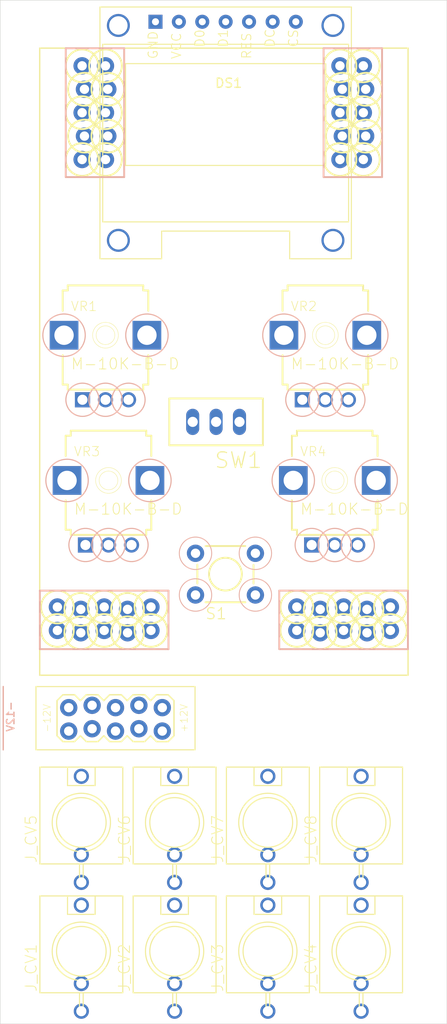
<source format=kicad_pcb>
(kicad_pcb (version 20240108) (generator "pcbnew") (generator_version "8.0")
  (title_block (title "2CQ") (date "2025-01-24") (rev "v01") (comment 1 "https://opensource.org/license/mit") (comment 2 "MIT License") (comment 3 "Author: Michael Jones"))
  (layers (0 "F.Cu" signal "Front") (1 "In1.Cu" signal) (2 "In2.Cu" signal) (31 "B.Cu" signal "Back") (34 "B.Paste" user) (35 "F.Paste" user) (36 "B.SilkS" user "B.Silkscreen") (37 "F.SilkS" user "F.Silkscreen") (38 "B.Mask" user) (39 "F.Mask" user) (44 "Edge.Cuts" user))
  (net 0 "")
  (net 1 "/SIG_UART_RX")
  (net 2 "GND")
  (net 3 "/SIG_UART_TX")
  (net 4 "/SIG_SPI_SCK")
  (net 5 "+3V3")
  (net 6 "/SIG_SPI_MOSI")
  (net 8 "+12V")
  (net 9 "-12V")
  (net 11 "/SIG_CV1")
  (net 12 "/SIG_CV2")
  (net 15 "/SIG_CVOUT_1")
  (net 17 "/SIG_CVOUT_2")
  (net 18 "/SIG_GATE_IN_1")
  (net 20 "/SIG_SPI_NSS")
  (net 22 "/SIG_GATE_IN_2")
  (net 23 "/SD_D3")
  (net 25 "/SIG_GATE_OUT_1")
  (net 26 "/SIG_GATE_OUT_2")
  (net 28 "/SIG_SW_1")
  (net 29 "/SIG_SW_2")
  (net 32 "/SIG_KNOB3")
  (net 34 "+5V")
  (net 36 "/SD_D1")
  (net 37 "/SD_CMD")
  (net 38 "/SIG_SPI_MISO")
  (net 40 "/SIG_CV4")
  (net 41 "/SIG_CV3")
  (net 42 "/SIG_KNOB1")
  (net 43 "/SIG_KNOB2")
  (net 44 "/SIG_KNOB4")
  (net 46 "/SD_D2")
  (net 47 "/SD_CK")
  (net 49 "/SD_D0")
  (footprint "ES_Daisy_Patch_SM_FB_Rev1:TOGGLE_ON-ON" (layer "F.Cu") (at 97.028 90.17 180)
    (property "Reference" "SW1" (at -5.08 -3.175 360) (layer "F.SilkS") (effects (font (size 1.6891 1.6891) (thickness 0.135128)) (justify right top)))
    (property "Value" "TOGGLE_ON-ON")
    (fp_line (start 5.08 2.54) (end -5.08 2.54) (stroke (width 0.2032)) (layer "F.SilkS"))
    (fp_line (start 5.08 -2.54) (end 5.08 2.54) (stroke (width 0.2032)) (layer "F.SilkS"))
    (fp_line (start -5.08 2.54) (end -5.08 -2.54) (stroke (width 0.2032)) (layer "F.SilkS"))
    (fp_line (start -5.08 -2.54) (end 5.08 -2.54) (stroke (width 0.2032)) (layer "F.SilkS"))
    (pad "1" thru_hole oval (at -2.54 0 270) (size 2.8448 1.4224) (drill 1.1) (layers "*.Cu" "*.Mask") (net 2 "GND"))
    (pad "2" thru_hole oval (at 0 0 270) (size 2.8448 1.4224) (drill 1.1) (layers "*.Cu" "*.Mask") (net 29 "/SIG_SW_2"))
    (pad "3" thru_hole oval (at 2.54 0 270) (size 2.8448 1.4224) (drill 1.1) (layers "*.Cu" "*.Mask"))
  )
  (footprint "ES_Daisy_Patch_SM_FB_Rev1:9MM_SNAP-IN_POT_SILK" (layer "F.Cu") (at 85.344 96.52)
    (property "Reference" "VR3" (at -3.81 -2.54 0) (layer "F.SilkS") (effects (font (size 1.01346 1.01346) (thickness 0.081076)) (justify left bottom)))
    (property "Value" "M-10K-B-D" (at -3.81 3.81 0) (layer "F.SilkS") (effects (font (size 1.2065 1.2065) (thickness 0.09652)) (justify left bottom)))
    (fp_circle (center -4.5 0) (end -2.2 0) (stroke (width 0.127)) (fill none) (layer "B.SilkS"))
    (fp_circle (center -2.5 7) (end -0.7 7) (stroke (width 0.127)) (fill none) (layer "B.SilkS"))
    (fp_circle (center 0 7) (end 1.8 7) (stroke (width 0.127)) (fill none) (layer "B.SilkS"))
    (fp_circle (center 2.5 7) (end 4.3 7) (stroke (width 0.127)) (fill none) (layer "B.SilkS"))
    (fp_circle (center 4.5 0) (end 6.8 0) (stroke (width 0.127)) (fill none) (layer "B.SilkS"))
    (fp_line (start -4.65 -2.65) (end -4.65 -4.85) (stroke (width 0.2032)) (layer "F.SilkS"))
    (fp_line (start -4.65 5.35) (end -4.65 2.15) (stroke (width 0.2032)) (layer "F.SilkS"))
    (fp_line (start -4.65 5.35) (end -4.1 5.35) (stroke (width 0.2032)) (layer "F.SilkS"))
    (fp_line (start -4.1 -5.4) (end -4.1 -4.85) (stroke (width 0.2032)) (layer "F.SilkS"))
    (fp_line (start -4.1 -5.4) (end 4.1 -5.4) (stroke (width 0.2032)) (layer "F.SilkS"))
    (fp_line (start -4.1 -4.85) (end -4.65 -4.85) (stroke (width 0.2032)) (layer "F.SilkS"))
    (fp_line (start -4.1 5.35) (end -4.1 5.9) (stroke (width 0.2032)) (layer "F.SilkS"))
    (fp_line (start 4.1 -4.85) (end 4.1 -5.4) (stroke (width 0.2032)) (layer "F.SilkS"))
    (fp_line (start 4.1 5.35) (end 4.65 5.35) (stroke (width 0.2032)) (layer "F.SilkS"))
    (fp_line (start 4.1 5.9) (end -4.1 5.9) (stroke (width 0.2032)) (layer "F.SilkS"))
    (fp_line (start 4.1 5.9) (end 4.1 5.35) (stroke (width 0.2032)) (layer "F.SilkS"))
    (fp_line (start 4.65 -4.85) (end 4.1 -4.85) (stroke (width 0.2032)) (layer "F.SilkS"))
    (fp_line (start 4.65 -4.85) (end 4.65 -2.65) (stroke (width 0.2032)) (layer "F.SilkS"))
    (fp_line (start 4.65 2.15) (end 4.65 5.35) (stroke (width 0.2032)) (layer "F.SilkS"))
    (fp_circle (center 0 0) (end 1.016 0) (stroke (width 0.0508)) (fill none) (layer "F.SilkS"))
    (fp_circle (center 0 0) (end 1.397 0) (stroke (width 0.0508)) (fill none) (layer "F.SilkS"))
    (pad "1" thru_hole rect (at -2.5 7 270) (size 1.65 1.65) (drill 1.1) (layers "*.Cu" "*.Mask") (net 2 "GND"))
    (pad "2" thru_hole circle (at 0 7 270) (size 1.65 1.65) (drill 1.1) (layers "*.Cu" "*.Mask") (net 32 "/SIG_KNOB3"))
    (pad "3" thru_hole circle (at 2.5 7 270) (size 1.65 1.65) (drill 1.1) (layers "*.Cu" "*.Mask") (net 34 "+5V"))
    (pad "CHASSIS1" thru_hole rect (at -4.5 0 270) (size 3.116 3.116) (drill 2.1) (layers "*.Cu" "*.Mask"))
    (pad "CHASSIS2" thru_hole rect (at 4.5 0 270) (size 3.116 3.116) (drill 2.1) (layers "*.Cu" "*.Mask"))
  )
  (footprint "ES_Daisy_Patch_SM_FB_Rev1:TL1105SPF250Q_SILK" (layer "F.Cu") (at 98.044 106.68)
    (property "Reference" "S1" (at -2.24 4.99 180) (layer "F.SilkS") (effects (font (size 1.2065 1.2065) (thickness 0.12065)) (justify left bottom)))
    (property "Value" "TAC_SWITCH_PTH" (hide yes))
    (fp_circle (center -3.2512 -2.2606) (end -1.4932 -2.2606) (stroke (width 0.1016)) (fill none) (layer "B.SilkS"))
    (fp_circle (center -3.2512 2.2606) (end -1.4932 2.2606) (stroke (width 0.1016)) (fill none) (layer "B.SilkS"))
    (fp_circle (center 3.2512 -2.2606) (end 5.0092 -2.2606) (stroke (width 0.1016)) (fill none) (layer "B.SilkS"))
    (fp_circle (center 3.2512 2.2606) (end 5.0092 2.2606) (stroke (width 0.1016)) (fill none) (layer "B.SilkS"))
    (fp_line (start -3.048 -1.028) (end -3.048 1.016) (stroke (width 0.2032)) (layer "F.SilkS"))
    (fp_line (start -2.159 3.048) (end 2.159 3.048) (stroke (width 0.2032)) (layer "F.SilkS"))
    (fp_line (start 2.159 -3.048) (end -2.159 -3.048) (stroke (width 0.2032)) (layer "F.SilkS"))
    (fp_line (start 3.048 -0.998) (end 3.048 1.016) (stroke (width 0.2032)) (layer "F.SilkS"))
    (fp_circle (center 0 0) (end 1.778 0) (stroke (width 0.2032)) (fill none) (layer "F.SilkS"))
    (pad "1" thru_hole circle (at -3.2512 -2.2606) (size 1.8796 1.8796) (drill 1.016) (layers "*.Cu" "*.Mask") (net 28 "/SIG_SW_1"))
    (pad "2" thru_hole circle (at 3.2512 -2.2606) (size 1.8796 1.8796) (drill 1.016) (layers "*.Cu" "*.Mask") (net 28 "/SIG_SW_1"))
    (pad "3" thru_hole circle (at -3.2512 2.2606) (size 1.8796 1.8796) (drill 1.016) (layers "*.Cu" "*.Mask") (net 2 "GND"))
    (pad "4" thru_hole circle (at 3.2512 2.2606) (size 1.8796 1.8796) (drill 1.016) (layers "*.Cu" "*.Mask") (net 2 "GND"))
  )
  (footprint "ES_Daisy_Patch_SM_FB_Rev1:ES_DAISY_PATCH_SM_REV1" (layer "F.Cu") (at 97.875 83.642 -90)
    (property "Reference" "U1" (hide yes))
    (property "Value" "ES_DAISY_PATCH_SM_REV1" (hide yes))
    (fp_line (start 24.825 19.985) (end 24.825 6.015) (stroke (width 0.2032)) (layer "B.SilkS"))
    (fp_line (start 31.175 19.985) (end 24.825 19.985) (stroke (width 0.2032)) (layer "B.SilkS"))
    (fp_line (start -33.985 17.175) (end -33.985 10.825) (stroke (width 0.2032)) (layer "B.SilkS"))
    (fp_line (start -20.015 17.175) (end -33.985 17.175) (stroke (width 0.2032)) (layer "B.SilkS"))
    (fp_line (start -33.985 10.825) (end -20.015 10.825) (stroke (width 0.2032)) (layer "B.SilkS"))
    (fp_line (start -20.015 10.825) (end -20.015 17.175) (stroke (width 0.2032)) (layer "B.SilkS"))
    (fp_line (start 24.825 6.015) (end 31.175 6.015) (stroke (width 0.2032)) (layer "B.SilkS"))
    (fp_line (start 31.175 6.015) (end 31.175 19.985) (stroke (width 0.2032)) (layer "B.SilkS"))
    (fp_line (start 24.825 -6.015) (end 24.825 -19.985) (stroke (width 0.2032)) (layer "B.SilkS"))
    (fp_line (start 31.175 -6.015) (end 24.825 -6.015) (stroke (width 0.2032)) (layer "B.SilkS"))
    (fp_line (start -33.985 -10.825) (end -33.985 -17.175) (stroke (width 0.2032)) (layer "B.SilkS"))
    (fp_line (start -20.015 -10.825) (end -33.985 -10.825) (stroke (width 0.2032)) (layer "B.SilkS"))
    (fp_line (start -33.985 -17.175) (end -20.015 -17.175) (stroke (width 0.2032)) (layer "B.SilkS"))
    (fp_line (start -20.015 -17.175) (end -20.015 -10.825) (stroke (width 0.2032)) (layer "B.SilkS"))
    (fp_line (start 24.825 -19.985) (end 31.175 -19.985) (stroke (width 0.2032)) (layer "B.SilkS"))
    (fp_line (start 31.175 -19.985) (end 31.175 -6.015) (stroke (width 0.2032)) (layer "B.SilkS"))
    (fp_line (start -34 20) (end 34 20) (stroke (width 0.1524)) (layer "F.SilkS"))
    (fp_line (start -34 20) (end -34 -20) (stroke (width 0.1524)) (layer "F.SilkS"))
    (fp_line (start 34 20) (end 34 -20) (stroke (width 0.1524)) (layer "F.SilkS"))
    (fp_line (start -34 -20) (end 34 -20) (stroke (width 0.1524)) (layer "F.SilkS"))
    (fp_circle (center 26.603 18.08) (end 28.381 18.08) (stroke (width 0.2032)) (fill none) (layer "F.SilkS"))
    (fp_circle (center 29.143 18.08) (end 30.921 18.08) (stroke (width 0.2032)) (fill none) (layer "F.SilkS"))
    (fp_circle (center 26.857 15.54) (end 28.635 15.54) (stroke (width 0.2032)) (fill none) (layer "F.SilkS"))
    (fp_circle (center 29.397 15.54) (end 31.175 15.54) (stroke (width 0.2032)) (fill none) (layer "F.SilkS"))
    (fp_circle (center -32.08 15.397) (end -30.302 15.397) (stroke (width 0.2032)) (fill none) (layer "F.SilkS"))
    (fp_circle (center -27 15.397) (end -25.222 15.397) (stroke (width 0.2032)) (fill none) (layer "F.SilkS"))
    (fp_circle (center -21.92 15.397) (end -20.142 15.397) (stroke (width 0.2032)) (fill none) (layer "F.SilkS"))
    (fp_circle (center -29.54 15.143) (end -27.762 15.143) (stroke (width 0.2032)) (fill none) (layer "F.SilkS"))
    (fp_circle (center -24.46 15.143) (end -22.682 15.143) (stroke (width 0.2032)) (fill none) (layer "F.SilkS"))
    (fp_circle (center 26.603 13) (end 28.381 13) (stroke (width 0.2032)) (fill none) (layer "F.SilkS"))
    (fp_circle (center 29.143 13) (end 30.921 13) (stroke (width 0.2032)) (fill none) (layer "F.SilkS"))
    (fp_circle (center -32.08 12.857) (end -30.302 12.857) (stroke (width 0.2032)) (fill none) (layer "F.SilkS"))
    (fp_circle (center -27 12.857) (end -25.222 12.857) (stroke (width 0.2032)) (fill none) (layer "F.SilkS"))
    (fp_circle (center -21.92 12.857) (end -20.142 12.857) (stroke (width 0.2032)) (fill none) (layer "F.SilkS"))
    (fp_circle (center -29.54 12.603) (end -27.762 12.603) (stroke (width 0.2032)) (fill none) (layer "F.SilkS"))
    (fp_circle (center -24.46 12.603) (end -22.682 12.603) (stroke (width 0.2032)) (fill none) (layer "F.SilkS"))
    (fp_circle (center 26.857 10.46) (end 28.635 10.46) (stroke (width 0.2032)) (fill none) (layer "F.SilkS"))
    (fp_circle (center 29.397 10.46) (end 31.175 10.46) (stroke (width 0.2032)) (fill none) (layer "F.SilkS"))
    (fp_circle (center 26.603 7.92) (end 28.381 7.92) (stroke (width 0.2032)) (fill none) (layer "F.SilkS"))
    (fp_circle (center 29.143 7.92) (end 30.921 7.92) (stroke (width 0.2032)) (fill none) (layer "F.SilkS"))
    (fp_circle (center 26.603 -7.92) (end 28.381 -7.92) (stroke (width 0.2032)) (fill none) (layer "F.SilkS"))
    (fp_circle (center 29.143 -7.92) (end 30.921 -7.92) (stroke (width 0.2032)) (fill none) (layer "F.SilkS"))
    (fp_circle (center 26.857 -10.46) (end 28.635 -10.46) (stroke (width 0.2032)) (fill none) (layer "F.SilkS"))
    (fp_circle (center 29.397 -10.46) (end 31.175 -10.46) (stroke (width 0.2032)) (fill none) (layer "F.SilkS"))
    (fp_circle (center -32.08 -12.603) (end -30.302 -12.603) (stroke (width 0.2032)) (fill none) (layer "F.SilkS"))
    (fp_circle (center -27 -12.603) (end -25.222 -12.603) (stroke (width 0.2032)) (fill none) (layer "F.SilkS"))
    (fp_circle (center -21.92 -12.603) (end -20.142 -12.603) (stroke (width 0.2032)) (fill none) (layer "F.SilkS"))
    (fp_circle (center -29.54 -12.857) (end -27.762 -12.857) (stroke (width 0.2032)) (fill none) (layer "F.SilkS"))
    (fp_circle (center -24.46 -12.857) (end -22.682 -12.857) (stroke (width 0.2032)) (fill none) (layer "F.SilkS"))
    (fp_circle (center 26.603 -13) (end 28.381 -13) (stroke (width 0.2032)) (fill none) (layer "F.SilkS"))
    (fp_circle (center 29.143 -13) (end 30.921 -13) (stroke (width 0.2032)) (fill none) (layer "F.SilkS"))
    (fp_circle (center -32.08 -15.143) (end -30.302 -15.143) (stroke (width 0.2032)) (fill none) (layer "F.SilkS"))
    (fp_circle (center -27 -15.143) (end -25.222 -15.143) (stroke (width 0.2032)) (fill none) (layer "F.SilkS"))
    (fp_circle (center -21.92 -15.143) (end -20.142 -15.143) (stroke (width 0.2032)) (fill none) (layer "F.SilkS"))
    (fp_circle (center -29.54 -15.397) (end -27.762 -15.397) (stroke (width 0.2032)) (fill none) (layer "F.SilkS"))
    (fp_circle (center -24.46 -15.397) (end -22.682 -15.397) (stroke (width 0.2032)) (fill none) (layer "F.SilkS"))
    (fp_circle (center 26.857 -15.54) (end 28.635 -15.54) (stroke (width 0.2032)) (fill none) (layer "F.SilkS"))
    (fp_circle (center 29.397 -15.54) (end 31.175 -15.54) (stroke (width 0.2032)) (fill none) (layer "F.SilkS"))
    (fp_circle (center 26.603 -18.08) (end 28.381 -18.08) (stroke (width 0.2032)) (fill none) (layer "F.SilkS"))
    (fp_circle (center 29.143 -18.08) (end 30.921 -18.08) (stroke (width 0.2032)) (fill none) (layer "F.SilkS"))
    (pad "A1" thru_hole circle (at -32.08 15.397 180) (size 1.8796 1.8796) (drill 1.016) (layers "*.Cu" "*.Mask") (net 9 "-12V"))
    (pad "A2" thru_hole circle (at -29.54 15.143 180) (size 1.8796 1.8796) (drill 1.016) (layers "*.Cu" "*.Mask") (net 1 "/SIG_UART_RX"))
    (pad "A3" thru_hole circle (at -27 15.397 180) (size 1.8796 1.8796) (drill 1.016) (layers "*.Cu" "*.Mask") (net 3 "/SIG_UART_TX"))
    (pad "A4" thru_hole circle (at -24.46 15.143 180) (size 1.8796 1.8796) (drill 1.016) (layers "*.Cu" "*.Mask") (net 2 "GND"))
    (pad "A5" thru_hole circle (at -21.92 15.397 180) (size 1.8796 1.8796) (drill 1.016) (layers "*.Cu" "*.Mask") (net 8 "+12V"))
    (pad "A6" thru_hole circle (at -21.92 12.857 180) (size 1.8796 1.8796) (drill 1.016) (layers "*.Cu" "*.Mask") (net 34 "+5V"))
    (pad "A7" thru_hole circle (at -24.46 12.603 180) (size 1.8796 1.8796) (drill 1.016) (layers "*.Cu" "*.Mask") (net 2 "GND"))
    (pad "A8" thru_hole circle (at -27 12.857 180) (size 1.8796 1.8796) (drill 1.016) (layers "*.Cu" "*.Mask"))
    (pad "A9" thru_hole circle (at -29.54 12.603 180) (size 1.8796 1.8796) (drill 1.016) (layers "*.Cu" "*.Mask"))
    (pad "A10" thru_hole circle (at -32.08 12.857 180) (size 1.8796 1.8796) (drill 1.016) (layers "*.Cu" "*.Mask") (net 5 "+3V3"))
    (pad "B1" thru_hole circle (at 29.143 18.08 90) (size 1.8796 1.8796) (drill 1.016) (layers "*.Cu" "*.Mask"))
    (pad "B2" thru_hole circle (at 29.397 15.54 90) (size 1.8796 1.8796) (drill 1.016) (layers "*.Cu" "*.Mask"))
    (pad "B3" thru_hole circle (at 29.143 13 90) (size 1.8796 1.8796) (drill 1.016) (layers "*.Cu" "*.Mask"))
    (pad "B4" thru_hole circle (at 29.397 10.46 90) (size 1.8796 1.8796) (drill 1.016) (layers "*.Cu" "*.Mask"))
    (pad "B5" thru_hole circle (at 29.143 7.92 90) (size 1.8796 1.8796) (drill 1.016) (layers "*.Cu" "*.Mask") (net 25 "/SIG_GATE_OUT_1"))
    (pad "B6" thru_hole circle (at 26.603 7.92 90) (size 1.8796 1.8796) (drill 1.016) (layers "*.Cu" "*.Mask") (net 26 "/SIG_GATE_OUT_2"))
    (pad "B7" thru_hole circle (at 26.857 10.46 90) (size 1.8796 1.8796) (drill 1.016) (layers "*.Cu" "*.Mask") (net 28 "/SIG_SW_1"))
    (pad "B8" thru_hole circle (at 26.603 13 90) (size 1.8796 1.8796) (drill 1.016) (layers "*.Cu" "*.Mask") (net 29 "/SIG_SW_2"))
    (pad "B9" thru_hole circle (at 26.857 15.54 90) (size 1.8796 1.8796) (drill 1.016) (layers "*.Cu" "*.Mask") (net 22 "/SIG_GATE_IN_2"))
    (pad "B10" thru_hole circle (at 26.603 18.08 90) (size 1.8796 1.8796) (drill 1.016) (layers "*.Cu" "*.Mask") (net 18 "/SIG_GATE_IN_1"))
    (pad "C1" thru_hole circle (at 29.143 -7.92 90) (size 1.8796 1.8796) (drill 1.016) (layers "*.Cu" "*.Mask") (net 17 "/SIG_CVOUT_2"))
    (pad "C2" thru_hole circle (at 29.397 -10.46 90) (size 1.8796 1.8796) (drill 1.016) (layers "*.Cu" "*.Mask") (net 44 "/SIG_KNOB4"))
    (pad "C3" thru_hole circle (at 29.143 -13 90) (size 1.8796 1.8796) (drill 1.016) (layers "*.Cu" "*.Mask") (net 32 "/SIG_KNOB3"))
    (pad "C4" thru_hole circle (at 29.397 -15.54 90) (size 1.8796 1.8796) (drill 1.016) (layers "*.Cu" "*.Mask") (net 43 "/SIG_KNOB2"))
    (pad "C5" thru_hole circle (at 29.143 -18.08 90) (size 1.8796 1.8796) (drill 1.016) (layers "*.Cu" "*.Mask") (net 42 "/SIG_KNOB1"))
    (pad "C6" thru_hole circle (at 26.603 -18.08 90) (size 1.8796 1.8796) (drill 1.016) (layers "*.Cu" "*.Mask") (net 11 "/SIG_CV1"))
    (pad "C7" thru_hole circle (at 26.857 -15.54 90) (size 1.8796 1.8796) (drill 1.016) (layers "*.Cu" "*.Mask") (net 12 "/SIG_CV2"))
    (pad "C8" thru_hole circle (at 26.603 -13 90) (size 1.8796 1.8796) (drill 1.016) (layers "*.Cu" "*.Mask") (net 41 "/SIG_CV3"))
    (pad "C9" thru_hole circle (at 26.857 -10.46 90) (size 1.8796 1.8796) (drill 1.016) (layers "*.Cu" "*.Mask") (net 40 "/SIG_CV4"))
    (pad "C10" thru_hole circle (at 26.603 -7.92 90) (size 1.8796 1.8796) (drill 1.016) (layers "*.Cu" "*.Mask") (net 15 "/SIG_CVOUT_1"))
    (pad "D1" thru_hole circle (at -32.08 -12.603 180) (size 1.8796 1.8796) (drill 1.016) (layers "*.Cu" "*.Mask") (net 20 "/SIG_SPI_NSS"))
    (pad "D2" thru_hole circle (at -29.54 -12.857 180) (size 1.8796 1.8796) (drill 1.016) (layers "*.Cu" "*.Mask") (net 23 "/SD_D3"))
    (pad "D3" thru_hole circle (at -27 -12.603 180) (size 1.8796 1.8796) (drill 1.016) (layers "*.Cu" "*.Mask") (net 46 "/SD_D2"))
    (pad "D4" thru_hole circle (at -24.46 -12.857 180) (size 1.8796 1.8796) (drill 1.016) (layers "*.Cu" "*.Mask") (net 36 "/SD_D1"))
    (pad "D5" thru_hole circle (at -21.92 -12.603 180) (size 1.8796 1.8796) (drill 1.016) (layers "*.Cu" "*.Mask") (net 49 "/SD_D0"))
    (pad "D6" thru_hole circle (at -21.92 -15.143 180) (size 1.8796 1.8796) (drill 1.016) (layers "*.Cu" "*.Mask") (net 47 "/SD_CK"))
    (pad "D7" thru_hole circle (at -24.46 -15.397 180) (size 1.8796 1.8796) (drill 1.016) (layers "*.Cu" "*.Mask") (net 37 "/SD_CMD"))
    (pad "D8" thru_hole circle (at -27 -15.143 180) (size 1.8796 1.8796) (drill 1.016) (layers "*.Cu" "*.Mask") (net 38 "/SIG_SPI_MISO"))
    (pad "D9" thru_hole circle (at -29.54 -15.397 180) (size 1.8796 1.8796) (drill 1.016) (layers "*.Cu" "*.Mask") (net 6 "/SIG_SPI_MOSI"))
    (pad "D10" thru_hole circle (at -32.08 -15.143 180) (size 1.8796 1.8796) (drill 1.016) (layers "*.Cu" "*.Mask") (net 4 "/SIG_SPI_SCK"))
  )
  (footprint "ES_Daisy_Patch_SM_FB_Rev1:9MM_SNAP-IN_POT_SILK" (layer "F.Cu") (at 85.018 80.772)
    (property "Reference" "VR1" (at -3.81 -2.54 0) (layer "F.SilkS") (effects (font (size 1.01346 1.01346) (thickness 0.081076)) (justify left bottom)))
    (property "Value" "M-10K-B-D" (at -3.81 3.81 0) (layer "F.SilkS") (effects (font (size 1.2065 1.2065) (thickness 0.09652)) (justify left bottom)))
    (fp_circle (center -4.5 0) (end -2.2 0) (stroke (width 0.127)) (fill none) (layer "B.SilkS"))
    (fp_circle (center -2.5 7) (end -0.7 7) (stroke (width 0.127)) (fill none) (layer "B.SilkS"))
    (fp_circle (center 0 7) (end 1.8 7) (stroke (width 0.127)) (fill none) (layer "B.SilkS"))
    (fp_circle (center 2.5 7) (end 4.3 7) (stroke (width 0.127)) (fill none) (layer "B.SilkS"))
    (fp_circle (center 4.5 0) (end 6.8 0) (stroke (width 0.127)) (fill none) (layer "B.SilkS"))
    (fp_line (start -4.65 -2.65) (end -4.65 -4.85) (stroke (width 0.2032)) (layer "F.SilkS"))
    (fp_line (start -4.65 5.35) (end -4.65 2.15) (stroke (width 0.2032)) (layer "F.SilkS"))
    (fp_line (start -4.65 5.35) (end -4.1 5.35) (stroke (width 0.2032)) (layer "F.SilkS"))
    (fp_line (start -4.1 -5.4) (end -4.1 -4.85) (stroke (width 0.2032)) (layer "F.SilkS"))
    (fp_line (start -4.1 -5.4) (end 4.1 -5.4) (stroke (width 0.2032)) (layer "F.SilkS"))
    (fp_line (start -4.1 -4.85) (end -4.65 -4.85) (stroke (width 0.2032)) (layer "F.SilkS"))
    (fp_line (start -4.1 5.35) (end -4.1 5.9) (stroke (width 0.2032)) (layer "F.SilkS"))
    (fp_line (start 4.1 -4.85) (end 4.1 -5.4) (stroke (width 0.2032)) (layer "F.SilkS"))
    (fp_line (start 4.1 5.35) (end 4.65 5.35) (stroke (width 0.2032)) (layer "F.SilkS"))
    (fp_line (start 4.1 5.9) (end -4.1 5.9) (stroke (width 0.2032)) (layer "F.SilkS"))
    (fp_line (start 4.1 5.9) (end 4.1 5.35) (stroke (width 0.2032)) (layer "F.SilkS"))
    (fp_line (start 4.65 -4.85) (end 4.1 -4.85) (stroke (width 0.2032)) (layer "F.SilkS"))
    (fp_line (start 4.65 -4.85) (end 4.65 -2.65) (stroke (width 0.2032)) (layer "F.SilkS"))
    (fp_line (start 4.65 2.15) (end 4.65 5.35) (stroke (width 0.2032)) (layer "F.SilkS"))
    (fp_circle (center 0 0) (end 1.016 0) (stroke (width 0.0508)) (fill none) (layer "F.SilkS"))
    (fp_circle (center 0 0) (end 1.397 0) (stroke (width 0.0508)) (fill none) (layer "F.SilkS"))
    (pad "1" thru_hole rect (at -2.5 7 270) (size 1.65 1.65) (drill 1.1) (layers "*.Cu" "*.Mask") (net 2 "GND"))
    (pad "2" thru_hole circle (at 0 7 270) (size 1.65 1.65) (drill 1.1) (layers "*.Cu" "*.Mask") (net 42 "/SIG_KNOB1"))
    (pad "3" thru_hole circle (at 2.5 7 270) (size 1.65 1.65) (drill 1.1) (layers "*.Cu" "*.Mask") (net 34 "+5V"))
    (pad "CHASSIS1" thru_hole rect (at -4.5 0 270) (size 3.116 3.116) (drill 2.1) (layers "*.Cu" "*.Mask"))
    (pad "CHASSIS2" thru_hole rect (at 4.5 0 270) (size 3.116 3.116) (drill 2.1) (layers "*.Cu" "*.Mask"))
  )
  (footprint "ES_Daisy_Patch_SM_FB_Rev1:S_JACK" (layer "F.Cu") (at 92.522 133.604)
    (property "Reference" "J_CV6" (at -4.7498 4.4704 90) (layer "F.SilkS") (effects (font (size 1.2065 1.2065) (thickness 0.09652)) (justify left bottom)))
    (property "Value" "EURO_JACK" (hide yes))
    (fp_line (start -4.5 -6) (end -4.5 4.5) (stroke (width 0.127)) (layer "F.SilkS"))
    (fp_line (start -4.5 -6) (end -1.5 -6) (stroke (width 0.127)) (layer "F.SilkS"))
    (fp_line (start -4.5 4.5) (end 0.2 4.5) (stroke (width 0.127)) (layer "F.SilkS"))
    (fp_line (start -1.5 -6) (end -1.5 -4) (stroke (width 0.127)) (layer "F.SilkS"))
    (fp_line (start -1.5 -6) (end 1.5 -6) (stroke (width 0.127)) (layer "F.SilkS"))
    (fp_line (start -1.5 -4) (end 1.5 -4) (stroke (width 0.127)) (layer "F.SilkS"))
    (fp_line (start -0.2 4.6) (end -0.2 6.7) (stroke (width 0.127)) (layer "F.SilkS"))
    (fp_line (start -0.2 6.7) (end 0.2 6.7) (stroke (width 0.127)) (layer "F.SilkS"))
    (fp_line (start 0.2 4.5) (end 4.5 4.5) (stroke (width 0.127)) (layer "F.SilkS"))
    (fp_line (start 0.2 6.7) (end 0.2 4.5) (stroke (width 0.127)) (layer "F.SilkS"))
    (fp_line (start 1.5 -6) (end 4.5 -6) (stroke (width 0.127)) (layer "F.SilkS"))
    (fp_line (start 1.5 -4) (end 1.5 -6) (stroke (width 0.127)) (layer "F.SilkS"))
    (fp_line (start 4.5 4.5) (end 4.5 -6) (stroke (width 0.127)) (layer "F.SilkS"))
    (fp_circle (center 0 0) (end 2.690721 0) (stroke (width 0.127)) (fill none) (layer "F.SilkS"))
    (fp_circle (center 0 0) (end 3.162275 0) (stroke (width 0.127)) (fill none) (layer "F.SilkS"))
    (pad "GND" thru_hole circle (at 0 6.5) (size 1.65 1.65) (drill 1.1) (layers "*.Cu" "*.Mask") (net 23 "/SD_D3"))
    (pad "NORM" thru_hole circle (at 0 3.5) (size 1.65 1.65) (drill 1.1) (layers "*.Cu" "*.Mask"))
    (pad "TIP" thru_hole circle (at 0 -5) (size 1.65 1.65) (drill 1.1) (layers "*.Cu" "*.Mask") (net 22 "/SIG_GATE_IN_2"))
  )
  (footprint "ES_Daisy_Patch_SM_FB_Rev1:S_JACK" (layer "F.Cu") (at 102.649 147.574)
    (property "Reference" "J_CV3" (at -4.7498 4.4704 90) (layer "F.SilkS") (effects (font (size 1.2065 1.2065) (thickness 0.09652)) (justify left bottom)))
    (property "Value" "EURO_JACK" (hide yes))
    (fp_line (start -4.5 -6) (end -4.5 4.5) (stroke (width 0.127)) (layer "F.SilkS"))
    (fp_line (start -4.5 -6) (end -1.5 -6) (stroke (width 0.127)) (layer "F.SilkS"))
    (fp_line (start -4.5 4.5) (end 0.2 4.5) (stroke (width 0.127)) (layer "F.SilkS"))
    (fp_line (start -1.5 -6) (end -1.5 -4) (stroke (width 0.127)) (layer "F.SilkS"))
    (fp_line (start -1.5 -6) (end 1.5 -6) (stroke (width 0.127)) (layer "F.SilkS"))
    (fp_line (start -1.5 -4) (end 1.5 -4) (stroke (width 0.127)) (layer "F.SilkS"))
    (fp_line (start -0.2 4.6) (end -0.2 6.7) (stroke (width 0.127)) (layer "F.SilkS"))
    (fp_line (start -0.2 6.7) (end 0.2 6.7) (stroke (width 0.127)) (layer "F.SilkS"))
    (fp_line (start 0.2 4.5) (end 4.5 4.5) (stroke (width 0.127)) (layer "F.SilkS"))
    (fp_line (start 0.2 6.7) (end 0.2 4.5) (stroke (width 0.127)) (layer "F.SilkS"))
    (fp_line (start 1.5 -6) (end 4.5 -6) (stroke (width 0.127)) (layer "F.SilkS"))
    (fp_line (start 1.5 -4) (end 1.5 -6) (stroke (width 0.127)) (layer "F.SilkS"))
    (fp_line (start 4.5 4.5) (end 4.5 -6) (stroke (width 0.127)) (layer "F.SilkS"))
    (fp_circle (center 0 0) (end 2.690721 0) (stroke (width 0.127)) (fill none) (layer "F.SilkS"))
    (fp_circle (center 0 0) (end 3.162275 0) (stroke (width 0.127)) (fill none) (layer "F.SilkS"))
    (pad "GND" thru_hole circle (at 0 6.5) (size 1.65 1.65) (drill 1.1) (layers "*.Cu" "*.Mask") (net 2 "GND"))
    (pad "NORM" thru_hole circle (at 0 3.5) (size 1.65 1.65) (drill 1.1) (layers "*.Cu" "*.Mask"))
    (pad "TIP" thru_hole circle (at 0 -5) (size 1.65 1.65) (drill 1.1) (layers "*.Cu" "*.Mask") (net 15 "/SIG_CVOUT_1"))
  )
  (footprint "ES_Daisy_Patch_SM_FB_Rev1:S_JACK" (layer "F.Cu") (at 102.649 133.604)
    (property "Reference" "J_CV7" (at -4.7498 4.4704 90) (layer "F.SilkS") (effects (font (size 1.2065 1.2065) (thickness 0.09652)) (justify left bottom)))
    (property "Value" "EURO_JACK" (hide yes))
    (fp_line (start -4.5 -6) (end -4.5 4.5) (stroke (width 0.127)) (layer "F.SilkS"))
    (fp_line (start -4.5 -6) (end -1.5 -6) (stroke (width 0.127)) (layer "F.SilkS"))
    (fp_line (start -4.5 4.5) (end 0.2 4.5) (stroke (width 0.127)) (layer "F.SilkS"))
    (fp_line (start -1.5 -6) (end -1.5 -4) (stroke (width 0.127)) (layer "F.SilkS"))
    (fp_line (start -1.5 -6) (end 1.5 -6) (stroke (width 0.127)) (layer "F.SilkS"))
    (fp_line (start -1.5 -4) (end 1.5 -4) (stroke (width 0.127)) (layer "F.SilkS"))
    (fp_line (start -0.2 4.6) (end -0.2 6.7) (stroke (width 0.127)) (layer "F.SilkS"))
    (fp_line (start -0.2 6.7) (end 0.2 6.7) (stroke (width 0.127)) (layer "F.SilkS"))
    (fp_line (start 0.2 4.5) (end 4.5 4.5) (stroke (width 0.127)) (layer "F.SilkS"))
    (fp_line (start 0.2 6.7) (end 0.2 4.5) (stroke (width 0.127)) (layer "F.SilkS"))
    (fp_line (start 1.5 -6) (end 4.5 -6) (stroke (width 0.127)) (layer "F.SilkS"))
    (fp_line (start 1.5 -4) (end 1.5 -6) (stroke (width 0.127)) (layer "F.SilkS"))
    (fp_line (start 4.5 4.5) (end 4.5 -6) (stroke (width 0.127)) (layer "F.SilkS"))
    (fp_circle (center 0 0) (end 2.690721 0) (stroke (width 0.127)) (fill none) (layer "F.SilkS"))
    (fp_circle (center 0 0) (end 3.162275 0) (stroke (width 0.127)) (fill none) (layer "F.SilkS"))
    (pad "GND" thru_hole circle (at 0 6.5) (size 1.65 1.65) (drill 1.1) (layers "*.Cu" "*.Mask") (net 2 "GND"))
    (pad "NORM" thru_hole circle (at 0 3.5) (size 1.65 1.65) (drill 1.1) (layers "*.Cu" "*.Mask"))
    (pad "TIP" thru_hole circle (at 0 -5) (size 1.65 1.65) (drill 1.1) (layers "*.Cu" "*.Mask") (net 25 "/SIG_GATE_OUT_1"))
  )
  (footprint "ES_Daisy_Patch_SM_FB_Rev1:S_JACK" (layer "F.Cu") (at 82.395 133.604)
    (property "Reference" "J_CV5" (at -4.7498 4.4704 90) (layer "F.SilkS") (effects (font (size 1.2065 1.2065) (thickness 0.09652)) (justify left bottom)))
    (property "Value" "EURO_JACK" (hide yes))
    (fp_line (start -4.5 -6) (end -4.5 4.5) (stroke (width 0.127)) (layer "F.SilkS"))
    (fp_line (start -4.5 -6) (end -1.5 -6) (stroke (width 0.127)) (layer "F.SilkS"))
    (fp_line (start -4.5 4.5) (end 0.2 4.5) (stroke (width 0.127)) (layer "F.SilkS"))
    (fp_line (start -1.5 -6) (end -1.5 -4) (stroke (width 0.127)) (layer "F.SilkS"))
    (fp_line (start -1.5 -6) (end 1.5 -6) (stroke (width 0.127)) (layer "F.SilkS"))
    (fp_line (start -1.5 -4) (end 1.5 -4) (stroke (width 0.127)) (layer "F.SilkS"))
    (fp_line (start -0.2 4.6) (end -0.2 6.7) (stroke (width 0.127)) (layer "F.SilkS"))
    (fp_line (start -0.2 6.7) (end 0.2 6.7) (stroke (width 0.127)) (layer "F.SilkS"))
    (fp_line (start 0.2 4.5) (end 4.5 4.5) (stroke (width 0.127)) (layer "F.SilkS"))
    (fp_line (start 0.2 6.7) (end 0.2 4.5) (stroke (width 0.127)) (layer "F.SilkS"))
    (fp_line (start 1.5 -6) (end 4.5 -6) (stroke (width 0.127)) (layer "F.SilkS"))
    (fp_line (start 1.5 -4) (end 1.5 -6) (stroke (width 0.127)) (layer "F.SilkS"))
    (fp_line (start 4.5 4.5) (end 4.5 -6) (stroke (width 0.127)) (layer "F.SilkS"))
    (fp_circle (center 0 0) (end 2.690721 0) (stroke (width 0.127)) (fill none) (layer "F.SilkS"))
    (fp_circle (center 0 0) (end 3.162275 0) (stroke (width 0.127)) (fill none) (layer "F.SilkS"))
    (pad "GND" thru_hole circle (at 0 6.5) (size 1.65 1.65) (drill 1.1) (layers "*.Cu" "*.Mask") (net 20 "/SIG_SPI_NSS"))
    (pad "NORM" thru_hole circle (at 0 3.5) (size 1.65 1.65) (drill 1.1) (layers "*.Cu" "*.Mask"))
    (pad "TIP" thru_hole circle (at 0 -5) (size 1.65 1.65) (drill 1.1) (layers "*.Cu" "*.Mask") (net 18 "/SIG_GATE_IN_1"))
  )
  (footprint "ES_Daisy_Patch_SM_FB_Rev1:9MM_SNAP-IN_POT_SILK" (layer "F.Cu") (at 109.91 96.52)
    (property "Reference" "VR4" (at -3.81 -2.54 0) (layer "F.SilkS") (effects (font (size 1.01346 1.01346) (thickness 0.081076)) (justify left bottom)))
    (property "Value" "M-10K-B-D" (at -3.81 3.81 0) (layer "F.SilkS") (effects (font (size 1.2065 1.2065) (thickness 0.09652)) (justify left bottom)))
    (fp_circle (center -4.5 0) (end -2.2 0) (stroke (width 0.127)) (fill none) (layer "B.SilkS"))
    (fp_circle (center -2.5 7) (end -0.7 7) (stroke (width 0.127)) (fill none) (layer "B.SilkS"))
    (fp_circle (center 0 7) (end 1.8 7) (stroke (width 0.127)) (fill none) (layer "B.SilkS"))
    (fp_circle (center 2.5 7) (end 4.3 7) (stroke (width 0.127)) (fill none) (layer "B.SilkS"))
    (fp_circle (center 4.5 0) (end 6.8 0) (stroke (width 0.127)) (fill none) (layer "B.SilkS"))
    (fp_line (start -4.65 -2.65) (end -4.65 -4.85) (stroke (width 0.2032)) (layer "F.SilkS"))
    (fp_line (start -4.65 5.35) (end -4.65 2.15) (stroke (width 0.2032)) (layer "F.SilkS"))
    (fp_line (start -4.65 5.35) (end -4.1 5.35) (stroke (width 0.2032)) (layer "F.SilkS"))
    (fp_line (start -4.1 -5.4) (end -4.1 -4.85) (stroke (width 0.2032)) (layer "F.SilkS"))
    (fp_line (start -4.1 -5.4) (end 4.1 -5.4) (stroke (width 0.2032)) (layer "F.SilkS"))
    (fp_line (start -4.1 -4.85) (end -4.65 -4.85) (stroke (width 0.2032)) (layer "F.SilkS"))
    (fp_line (start -4.1 5.35) (end -4.1 5.9) (stroke (width 0.2032)) (layer "F.SilkS"))
    (fp_line (start 4.1 -4.85) (end 4.1 -5.4) (stroke (width 0.2032)) (layer "F.SilkS"))
    (fp_line (start 4.1 5.35) (end 4.65 5.35) (stroke (width 0.2032)) (layer "F.SilkS"))
    (fp_line (start 4.1 5.9) (end -4.1 5.9) (stroke (width 0.2032)) (layer "F.SilkS"))
    (fp_line (start 4.1 5.9) (end 4.1 5.35) (stroke (width 0.2032)) (layer "F.SilkS"))
    (fp_line (start 4.65 -4.85) (end 4.1 -4.85) (stroke (width 0.2032)) (layer "F.SilkS"))
    (fp_line (start 4.65 -4.85) (end 4.65 -2.65) (stroke (width 0.2032)) (layer "F.SilkS"))
    (fp_line (start 4.65 2.15) (end 4.65 5.35) (stroke (width 0.2032)) (layer "F.SilkS"))
    (fp_circle (center 0 0) (end 1.016 0) (stroke (width 0.0508)) (fill none) (layer "F.SilkS"))
    (fp_circle (center 0 0) (end 1.397 0) (stroke (width 0.0508)) (fill none) (layer "F.SilkS"))
    (pad "1" thru_hole rect (at -2.5 7 270) (size 1.65 1.65) (drill 1.1) (layers "*.Cu" "*.Mask") (net 2 "GND"))
    (pad "2" thru_hole circle (at 0 7 270) (size 1.65 1.65) (drill 1.1) (layers "*.Cu" "*.Mask") (net 44 "/SIG_KNOB4"))
    (pad "3" thru_hole circle (at 2.5 7 270) (size 1.65 1.65) (drill 1.1) (layers "*.Cu" "*.Mask") (net 34 "+5V"))
    (pad "CHASSIS1" thru_hole rect (at -4.5 0 270) (size 3.116 3.116) (drill 2.1) (layers "*.Cu" "*.Mask"))
    (pad "CHASSIS2" thru_hole rect (at 4.5 0 270) (size 3.116 3.116) (drill 2.1) (layers "*.Cu" "*.Mask"))
  )
  (footprint "ES_Daisy_Patch_SM_FB_Rev1:S_JACK" (layer "F.Cu") (at 82.395 147.574)
    (property "Reference" "J_CV1" (at -4.7498 4.4704 90) (layer "F.SilkS") (effects (font (size 1.2065 1.2065) (thickness 0.09652)) (justify left bottom)))
    (property "Value" "EURO_JACK" (hide yes))
    (fp_line (start -4.5 -6) (end -4.5 4.5) (stroke (width 0.127)) (layer "F.SilkS"))
    (fp_line (start -4.5 -6) (end -1.5 -6) (stroke (width 0.127)) (layer "F.SilkS"))
    (fp_line (start -4.5 4.5) (end 0.2 4.5) (stroke (width 0.127)) (layer "F.SilkS"))
    (fp_line (start -1.5 -6) (end -1.5 -4) (stroke (width 0.127)) (layer "F.SilkS"))
    (fp_line (start -1.5 -6) (end 1.5 -6) (stroke (width 0.127)) (layer "F.SilkS"))
    (fp_line (start -1.5 -4) (end 1.5 -4) (stroke (width 0.127)) (layer "F.SilkS"))
    (fp_line (start -0.2 4.6) (end -0.2 6.7) (stroke (width 0.127)) (layer "F.SilkS"))
    (fp_line (start -0.2 6.7) (end 0.2 6.7) (stroke (width 0.127)) (layer "F.SilkS"))
    (fp_line (start 0.2 4.5) (end 4.5 4.5) (stroke (width 0.127)) (layer "F.SilkS"))
    (fp_line (start 0.2 6.7) (end 0.2 4.5) (stroke (width 0.127)) (layer "F.SilkS"))
    (fp_line (start 1.5 -6) (end 4.5 -6) (stroke (width 0.127)) (layer "F.SilkS"))
    (fp_line (start 1.5 -4) (end 1.5 -6) (stroke (width 0.127)) (layer "F.SilkS"))
    (fp_line (start 4.5 4.5) (end 4.5 -6) (stroke (width 0.127)) (layer "F.SilkS"))
    (fp_circle (center 0 0) (end 2.690721 0) (stroke (width 0.127)) (fill none) (layer "F.SilkS"))
    (fp_circle (center 0 0) (end 3.162275 0) (stroke (width 0.127)) (fill none) (layer "F.SilkS"))
    (pad "GND" thru_hole circle (at 0 6.5) (size 1.65 1.65) (drill 1.1) (layers "*.Cu" "*.Mask") (net 2 "GND"))
    (pad "NORM" thru_hole circle (at 0 3.5) (size 1.65 1.65) (drill 1.1) (layers "*.Cu" "*.Mask"))
    (pad "TIP" thru_hole circle (at 0 -5) (size 1.65 1.65) (drill 1.1) (layers "*.Cu" "*.Mask") (net 11 "/SIG_CV1"))
  )
  (footprint "ES_Daisy_Patch_SM_FB_Rev1:S_JACK" (layer "F.Cu") (at 112.776 147.574)
    (property "Reference" "J_CV4" (at -4.7498 4.4704 90) (layer "F.SilkS") (effects (font (size 1.2065 1.2065) (thickness 0.09652)) (justify left bottom)))
    (property "Value" "EURO_JACK" (hide yes))
    (fp_line (start -4.5 -6) (end -4.5 4.5) (stroke (width 0.127)) (layer "F.SilkS"))
    (fp_line (start -4.5 -6) (end -1.5 -6) (stroke (width 0.127)) (layer "F.SilkS"))
    (fp_line (start -4.5 4.5) (end 0.2 4.5) (stroke (width 0.127)) (layer "F.SilkS"))
    (fp_line (start -1.5 -6) (end -1.5 -4) (stroke (width 0.127)) (layer "F.SilkS"))
    (fp_line (start -1.5 -6) (end 1.5 -6) (stroke (width 0.127)) (layer "F.SilkS"))
    (fp_line (start -1.5 -4) (end 1.5 -4) (stroke (width 0.127)) (layer "F.SilkS"))
    (fp_line (start -0.2 4.6) (end -0.2 6.7) (stroke (width 0.127)) (layer "F.SilkS"))
    (fp_line (start -0.2 6.7) (end 0.2 6.7) (stroke (width 0.127)) (layer "F.SilkS"))
    (fp_line (start 0.2 4.5) (end 4.5 4.5) (stroke (width 0.127)) (layer "F.SilkS"))
    (fp_line (start 0.2 6.7) (end 0.2 4.5) (stroke (width 0.127)) (layer "F.SilkS"))
    (fp_line (start 1.5 -6) (end 4.5 -6) (stroke (width 0.127)) (layer "F.SilkS"))
    (fp_line (start 1.5 -4) (end 1.5 -6) (stroke (width 0.127)) (layer "F.SilkS"))
    (fp_line (start 4.5 4.5) (end 4.5 -6) (stroke (width 0.127)) (layer "F.SilkS"))
    (fp_circle (center 0 0) (end 2.690721 0) (stroke (width 0.127)) (fill none) (layer "F.SilkS"))
    (fp_circle (center 0 0) (end 3.162275 0) (stroke (width 0.127)) (fill none) (layer "F.SilkS"))
    (pad "GND" thru_hole circle (at 0 6.5) (size 1.65 1.65) (drill 1.1) (layers "*.Cu" "*.Mask") (net 2 "GND"))
    (pad "NORM" thru_hole circle (at 0 3.5) (size 1.65 1.65) (drill 1.1) (layers "*.Cu" "*.Mask"))
    (pad "TIP" thru_hole circle (at 0 -5) (size 1.65 1.65) (drill 1.1) (layers "*.Cu" "*.Mask") (net 17 "/SIG_CVOUT_2"))
  )
  (footprint "ES_Daisy_Patch_SM_FB_Rev1:EURORACK_POWER_SHROUD_LOCK" (layer "F.Cu") (at 86.106 122.301 180)
    (property "Reference" "EP1" (hide yes))
    (property "Value" "EURORACK_POWERHEADER" (hide yes))
    (fp_line (start 8.636 3.429) (end -8.636 3.429) (stroke (width 0.127)) (layer "F.SilkS"))
    (fp_line (start 8.636 -3.429) (end 8.636 3.429) (stroke (width 0.127)) (layer "F.SilkS"))
    (fp_line (start 6.35 1.905) (end 5.715 2.54) (stroke (width 0.1524)) (layer "F.SilkS"))
    (fp_line (start 6.35 -1.905) (end 6.35 1.905) (stroke (width 0.1524)) (layer "F.SilkS"))
    (fp_line (start 5.715 2.54) (end 4.445 2.54) (stroke (width 0.1524)) (layer "F.SilkS"))
    (fp_line (start 5.715 -2.54) (end 6.35 -1.905) (stroke (width 0.1524)) (layer "F.SilkS"))
    (fp_line (start 4.445 2.54) (end 3.81 1.905) (stroke (width 0.1524)) (layer "F.SilkS"))
    (fp_line (start 4.445 -2.54) (end 5.715 -2.54) (stroke (width 0.1524)) (layer "F.SilkS"))
    (fp_line (start 3.81 1.905) (end 3.175 2.54) (stroke (width 0.1524)) (layer "F.SilkS"))
    (fp_line (start 3.81 -1.905) (end 4.445 -2.54) (stroke (width 0.1524)) (layer "F.SilkS"))
    (fp_line (start 3.175 2.54) (end 1.905 2.54) (stroke (width 0.1524)) (layer "F.SilkS"))
    (fp_line (start 3.175 -2.54) (end 3.81 -1.905) (stroke (width 0.1524)) (layer "F.SilkS"))
    (fp_line (start 1.905 -2.54) (end 3.175 -2.54) (stroke (width 0.1524)) (layer "F.SilkS"))
    (fp_line (start 1.905 -2.54) (end 1.27 -1.905) (stroke (width 0.1524)) (layer "F.SilkS"))
    (fp_line (start 1.27 1.905) (end 1.905 2.54) (stroke (width 0.1524)) (layer "F.SilkS"))
    (fp_line (start 1.27 1.905) (end 0.635 2.54) (stroke (width 0.1524)) (layer "F.SilkS"))
    (fp_line (start 0.635 2.54) (end -0.635 2.54) (stroke (width 0.1524)) (layer "F.SilkS"))
    (fp_line (start 0.635 -2.54) (end 1.27 -1.905) (stroke (width 0.1524)) (layer "F.SilkS"))
    (fp_line (start -0.635 2.54) (end -1.27 1.905) (stroke (width 0.1524)) (layer "F.SilkS"))
    (fp_line (start -0.635 -2.54) (end 0.635 -2.54) (stroke (width 0.1524)) (layer "F.SilkS"))
    (fp_line (start -1.27 1.905) (end -1.905 2.54) (stroke (width 0.1524)) (layer "F.SilkS"))
    (fp_line (start -1.27 -1.905) (end -0.635 -2.54) (stroke (width 0.1524)) (layer "F.SilkS"))
    (fp_line (start -1.905 2.54) (end -3.175 2.54) (stroke (width 0.1524)) (layer "F.SilkS"))
    (fp_line (start -1.905 -2.54) (end -1.27 -1.905) (stroke (width 0.1524)) (layer "F.SilkS"))
    (fp_line (start -3.175 2.54) (end -3.81 1.905) (stroke (width 0.1524)) (layer "F.SilkS"))
    (fp_line (start -3.175 -2.54) (end -1.905 -2.54) (stroke (width 0.1524)) (layer "F.SilkS"))
    (fp_line (start -3.81 1.905) (end -4.445 2.54) (stroke (width 0.1524)) (layer "F.SilkS"))
    (fp_line (start -3.81 -1.905) (end -3.175 -2.54) (stroke (width 0.1524)) (layer "F.SilkS"))
    (fp_line (start -4.445 2.54) (end -5.715 2.54) (stroke (width 0.1524)) (layer "F.SilkS"))
    (fp_line (start -4.445 -2.54) (end -3.81 -1.905) (stroke (width 0.1524)) (layer "F.SilkS"))
    (fp_line (start -5.715 -2.54) (end -4.445 -2.54) (stroke (width 0.1524)) (layer "F.SilkS"))
    (fp_line (start -5.715 -2.54) (end -6.35 -1.905) (stroke (width 0.1524)) (layer "F.SilkS"))
    (fp_line (start -6.35 1.905) (end -5.715 2.54) (stroke (width 0.1524)) (layer "F.SilkS"))
    (fp_line (start -6.35 -1.905) (end -6.35 1.905) (stroke (width 0.1524)) (layer "F.SilkS"))
    (fp_line (start -8.636 3.429) (end -8.636 -3.429) (stroke (width 0.127)) (layer "F.SilkS"))
    (fp_line (start -8.636 -3.429) (end 8.636 -3.429) (stroke (width 0.127)) (layer "F.SilkS"))
    (fp_text user "-12V" (at 6.985 0 90) (layer "F.SilkS") (effects (font (size 0.77216 0.77216) (thickness 0.065024)) (justify bottom)))
    (fp_text user "+12V" (at -6.985 0 90) (layer "F.SilkS") (effects (font (size 0.77216 0.77216) (thickness 0.065024)) (justify top)))
    (pad "+12V0" thru_hole circle (at -5.08 -1.397 180) (size 1.8796 1.8796) (drill 1.016) (layers "*.Cu" "*.Mask") (net 8 "+12V"))
    (pad "+12V1" thru_hole circle (at -5.08 1.143 180) (size 1.8796 1.8796) (drill 1.016) (layers "*.Cu" "*.Mask") (net 8 "+12V"))
    (pad "-12V0" thru_hole circle (at 5.08 -1.397 180) (size 1.8796 1.8796) (drill 1.016) (layers "*.Cu" "*.Mask") (net 9 "-12V"))
    (pad "-12V1" thru_hole circle (at 5.08 1.143 180) (size 1.8796 1.8796) (drill 1.016) (layers "*.Cu" "*.Mask") (net 9 "-12V"))
    (pad "GND0" thru_hole circle (at -2.54 -1.143 180) (size 1.8796 1.8796) (drill 1.016) (layers "*.Cu" "*.Mask") (net 2 "GND"))
    (pad "GND1" thru_hole circle (at 0 -1.397 180) (size 1.8796 1.8796) (drill 1.016) (layers "*.Cu" "*.Mask") (net 2 "GND"))
    (pad "GND2" thru_hole circle (at 2.54 -1.143 180) (size 1.8796 1.8796) (drill 1.016) (layers "*.Cu" "*.Mask") (net 2 "GND"))
    (pad "GND3" thru_hole circle (at -2.54 1.397 180) (size 1.8796 1.8796) (drill 1.016) (layers "*.Cu" "*.Mask") (net 2 "GND"))
    (pad "GND4" thru_hole circle (at 0 1.143 180) (size 1.8796 1.8796) (drill 1.016) (layers "*.Cu" "*.Mask") (net 2 "GND"))
    (pad "GND5" thru_hole circle (at 2.54 1.397 180) (size 1.8796 1.8796) (drill 1.016) (layers "*.Cu" "*.Mask") (net 2 "GND"))
  )
  (footprint "2CQ:128x64_0.96_Disp_Module" (layer "F.Cu") (at 84.417 72.483)
    (property "Reference" "DS1" (at 13.97 -19.05 0) (layer "F.SilkS"))
    (property "Value" "SSD1306_96_128_64_7P")
    (fp_line (start 0 -27.3) (end 0 0) (stroke (width 0.12)) (layer "F.SilkS"))
    (fp_line (start 0 -27.3) (end 27.3 -27.3) (stroke (width 0.12)) (layer "F.SilkS"))
    (fp_line (start 0 0) (end 6.7 0) (stroke (width 0.12)) (layer "F.SilkS"))
    (fp_line (start 0.3 -23.26) (end 0.3 -4) (stroke (width 0.12)) (layer "F.SilkS"))
    (fp_line (start 0.3 -23.26) (end 27 -23.26) (stroke (width 0.12)) (layer "F.SilkS"))
    (fp_line (start 2.78 -10.12) (end 2.78 -21.16) (stroke (width 0.12)) (layer "F.SilkS"))
    (fp_line (start 2.78 -10.12) (end 24.52 -10.12) (stroke (width 0.12)) (layer "F.SilkS"))
    (fp_line (start 6.7 0) (end 6.7 -3) (stroke (width 0.12)) (layer "F.SilkS"))
    (fp_line (start 20.6 -3) (end 6.7 -3) (stroke (width 0.12)) (layer "F.SilkS"))
    (fp_line (start 20.6 0) (end 20.6 -3) (stroke (width 0.12)) (layer "F.SilkS"))
    (fp_line (start 24.52 -21.16) (end 2.78 -21.16) (stroke (width 0.12)) (layer "F.SilkS"))
    (fp_line (start 24.52 -10.12) (end 24.52 -21.16) (stroke (width 0.12)) (layer "F.SilkS"))
    (fp_line (start 27 -23.26) (end 27 -4) (stroke (width 0.12)) (layer "F.SilkS"))
    (fp_line (start 27 -4) (end 0.3 -4) (stroke (width 0.12)) (layer "F.SilkS"))
    (fp_line (start 27.3 -27.3) (end 27.3 0) (stroke (width 0.12)) (layer "F.SilkS"))
    (fp_line (start 27.3 0) (end 20.6 0) (stroke (width 0.12)) (layer "F.SilkS"))
    (fp_text user "DC" (at 19.05 -22.86 90) (layer "F.SilkS") (effects (font (thickness 0.1)) (justify left bottom)))
    (fp_text user "D1" (at 13.97 -22.86 90) (layer "F.SilkS") (effects (font (thickness 0.1)) (justify left bottom)))
    (fp_text user "GND" (at 6.35 -21.59 90) (layer "F.SilkS") (effects (font (thickness 0.1)) (justify left bottom)))
    (fp_text user "VCC" (at 8.89 -21.59 90) (layer "F.SilkS") (effects (font (thickness 0.1)) (justify left bottom)))
    (fp_text user "D0" (at 11.43 -22.86 90) (layer "F.SilkS") (effects (font (thickness 0.1)) (justify left bottom)))
    (fp_text user "RES" (at 16.51 -21.59 90) (layer "F.SilkS") (effects (font (thickness 0.1)) (justify left bottom)))
    (fp_text user "CS" (at 21.59 -22.86 90) (layer "F.SilkS") (effects (font (thickness 0.1)) (justify left bottom)))
    (pad "" np_thru_hole circle (at 2 -25.3) (size 2.5 2.5) (drill 2) (layers "F&B.Cu" "*.Mask"))
    (pad "" np_thru_hole circle (at 2 -2) (size 2.5 2.5) (drill 2) (layers "F&B.Cu" "*.Mask"))
    (pad "" np_thru_hole circle (at 25.3 -25.3) (size 2.5 2.5) (drill 2) (layers "F&B.Cu" "*.Mask"))
    (pad "" np_thru_hole circle (at 25.3 -2) (size 2.5 2.5) (drill 2) (layers "F&B.Cu" "*.Mask"))
    (pad "1" thru_hole rect (at 6.03 -25.7) (size 1.524 1.524) (drill 0.762) (layers "*.Cu" "*.Mask") (net 2 "GND"))
    (pad "2" thru_hole circle (at 8.57 -25.7) (size 1.524 1.524) (drill 0.762) (layers "*.Cu" "*.Mask") (net 5 "+3V3"))
    (pad "3" thru_hole circle (at 11.11 -25.7) (size 1.524 1.524) (drill 0.762) (layers "*.Cu" "*.Mask") (net 4 "/SIG_SPI_SCK"))
    (pad "4" thru_hole circle (at 13.65 -25.7) (size 1.524 1.524) (drill 0.762) (layers "*.Cu" "*.Mask") (net 6 "/SIG_SPI_MOSI"))
    (pad "5" thru_hole circle (at 16.19 -25.7) (size 1.524 1.524) (drill 0.762) (layers "*.Cu" "*.Mask") (net 3 "/SIG_UART_TX"))
    (pad "6" thru_hole circle (at 18.75 -25.7) (size 1.524 1.524) (drill 0.762) (layers "*.Cu" "*.Mask") (net 1 "/SIG_UART_RX"))
    (pad "7" thru_hole circle (at 21.27 -25.7) (size 1.524 1.524) (drill 0.762) (layers "*.Cu" "*.Mask"))
  )
  (footprint "ES_Daisy_Patch_SM_FB_Rev1:S_JACK" (layer "F.Cu") (at 92.522 147.574)
    (property "Reference" "J_CV2" (at -4.7498 4.4704 90) (layer "F.SilkS") (effects (font (size 1.2065 1.2065) (thickness 0.09652)) (justify left bottom)))
    (property "Value" "EURO_JACK" (hide yes))
    (fp_line (start -4.5 -6) (end -4.5 4.5) (stroke (width 0.127)) (layer "F.SilkS"))
    (fp_line (start -4.5 -6) (end -1.5 -6) (stroke (width 0.127)) (layer "F.SilkS"))
    (fp_line (start -4.5 4.5) (end 0.2 4.5) (stroke (width 0.127)) (layer "F.SilkS"))
    (fp_line (start -1.5 -6) (end -1.5 -4) (stroke (width 0.127)) (layer "F.SilkS"))
    (fp_line (start -1.5 -6) (end 1.5 -6) (stroke (width 0.127)) (layer "F.SilkS"))
    (fp_line (start -1.5 -4) (end 1.5 -4) (stroke (width 0.127)) (layer "F.SilkS"))
    (fp_line (start -0.2 4.6) (end -0.2 6.7) (stroke (width 0.127)) (layer "F.SilkS"))
    (fp_line (start -0.2 6.7) (end 0.2 6.7) (stroke (width 0.127)) (layer "F.SilkS"))
    (fp_line (start 0.2 4.5) (end 4.5 4.5) (stroke (width 0.127)) (layer "F.SilkS"))
    (fp_line (start 0.2 6.7) (end 0.2 4.5) (stroke (width 0.127)) (layer "F.SilkS"))
    (fp_line (start 1.5 -6) (end 4.5 -6) (stroke (width 0.127)) (layer "F.SilkS"))
    (fp_line (start 1.5 -4) (end 1.5 -6) (stroke (width 0.127)) (layer "F.SilkS"))
    (fp_line (start 4.5 4.5) (end 4.5 -6) (stroke (width 0.127)) (layer "F.SilkS"))
    (fp_circle (center 0 0) (end 2.690721 0) (stroke (width 0.127)) (fill none) (layer "F.SilkS"))
    (fp_circle (center 0 0) (end 3.162275 0) (stroke (width 0.127)) (fill none) (layer "F.SilkS"))
    (pad "GND" thru_hole circle (at 0 6.5) (size 1.65 1.65) (drill 1.1) (layers "*.Cu" "*.Mask") (net 2 "GND"))
    (pad "NORM" thru_hole circle (at 0 3.5) (size 1.65 1.65) (drill 1.1) (layers "*.Cu" "*.Mask"))
    (pad "TIP" thru_hole circle (at 0 -5) (size 1.65 1.65) (drill 1.1) (layers "*.Cu" "*.Mask") (net 12 "/SIG_CV2"))
  )
  (footprint "ES_Daisy_Patch_SM_FB_Rev1:S_JACK" (layer "F.Cu") (at 112.776 133.604)
    (property "Reference" "J_CV8" (at -4.7498 4.4704 90) (layer "F.SilkS") (effects (font (size 1.2065 1.2065) (thickness 0.09652)) (justify left bottom)))
    (property "Value" "EURO_JACK" (hide yes))
    (fp_line (start -4.5 -6) (end -4.5 4.5) (stroke (width 0.127)) (layer "F.SilkS"))
    (fp_line (start -4.5 -6) (end -1.5 -6) (stroke (width 0.127)) (layer "F.SilkS"))
    (fp_line (start -4.5 4.5) (end 0.2 4.5) (stroke (width 0.127)) (layer "F.SilkS"))
    (fp_line (start -1.5 -6) (end -1.5 -4) (stroke (width 0.127)) (layer "F.SilkS"))
    (fp_line (start -1.5 -6) (end 1.5 -6) (stroke (width 0.127)) (layer "F.SilkS"))
    (fp_line (start -1.5 -4) (end 1.5 -4) (stroke (width 0.127)) (layer "F.SilkS"))
    (fp_line (start -0.2 4.6) (end -0.2 6.7) (stroke (width 0.127)) (layer "F.SilkS"))
    (fp_line (start -0.2 6.7) (end 0.2 6.7) (stroke (width 0.127)) (layer "F.SilkS"))
    (fp_line (start 0.2 4.5) (end 4.5 4.5) (stroke (width 0.127)) (layer "F.SilkS"))
    (fp_line (start 0.2 6.7) (end 0.2 4.5) (stroke (width 0.127)) (layer "F.SilkS"))
    (fp_line (start 1.5 -6) (end 4.5 -6) (stroke (width 0.127)) (layer "F.SilkS"))
    (fp_line (start 1.5 -4) (end 1.5 -6) (stroke (width 0.127)) (layer "F.SilkS"))
    (fp_line (start 4.5 4.5) (end 4.5 -6) (stroke (width 0.127)) (layer "F.SilkS"))
    (fp_circle (center 0 0) (end 2.690721 0) (stroke (width 0.127)) (fill none) (layer "F.SilkS"))
    (fp_circle (center 0 0) (end 3.162275 0) (stroke (width 0.127)) (fill none) (layer "F.SilkS"))
    (pad "GND" thru_hole circle (at 0 6.5) (size 1.65 1.65) (drill 1.1) (layers "*.Cu" "*.Mask") (net 2 "GND"))
    (pad "NORM" thru_hole circle (at 0 3.5) (size 1.65 1.65) (drill 1.1) (layers "*.Cu" "*.Mask"))
    (pad "TIP" thru_hole circle (at 0 -5) (size 1.65 1.65) (drill 1.1) (layers "*.Cu" "*.Mask") (net 26 "/SIG_GATE_OUT_2"))
  )
  (footprint "ES_Daisy_Patch_SM_FB_Rev1:9MM_SNAP-IN_POT_SILK" (layer "F.Cu") (at 108.894 80.772)
    (property "Reference" "VR2" (at -3.81 -2.54 0) (layer "F.SilkS") (effects (font (size 1.01346 1.01346) (thickness 0.081076)) (justify left bottom)))
    (property "Value" "M-10K-B-D" (at -3.81 3.81 0) (layer "F.SilkS") (effects (font (size 1.2065 1.2065) (thickness 0.09652)) (justify left bottom)))
    (fp_circle (center -4.5 0) (end -2.2 0) (stroke (width 0.127)) (fill none) (layer "B.SilkS"))
    (fp_circle (center -2.5 7) (end -0.7 7) (stroke (width 0.127)) (fill none) (layer "B.SilkS"))
    (fp_circle (center 0 7) (end 1.8 7) (stroke (width 0.127)) (fill none) (layer "B.SilkS"))
    (fp_circle (center 2.5 7) (end 4.3 7) (stroke (width 0.127)) (fill none) (layer "B.SilkS"))
    (fp_circle (center 4.5 0) (end 6.8 0) (stroke (width 0.127)) (fill none) (layer "B.SilkS"))
    (fp_line (start -4.65 -2.65) (end -4.65 -4.85) (stroke (width 0.2032)) (layer "F.SilkS"))
    (fp_line (start -4.65 5.35) (end -4.65 2.15) (stroke (width 0.2032)) (layer "F.SilkS"))
    (fp_line (start -4.65 5.35) (end -4.1 5.35) (stroke (width 0.2032)) (layer "F.SilkS"))
    (fp_line (start -4.1 -5.4) (end -4.1 -4.85) (stroke (width 0.2032)) (layer "F.SilkS"))
    (fp_line (start -4.1 -5.4) (end 4.1 -5.4) (stroke (width 0.2032)) (layer "F.SilkS"))
    (fp_line (start -4.1 -4.85) (end -4.65 -4.85) (stroke (width 0.2032)) (layer "F.SilkS"))
    (fp_line (start -4.1 5.35) (end -4.1 5.9) (stroke (width 0.2032)) (layer "F.SilkS"))
    (fp_line (start 4.1 -4.85) (end 4.1 -5.4) (stroke (width 0.2032)) (layer "F.SilkS"))
    (fp_line (start 4.1 5.35) (end 4.65 5.35) (stroke (width 0.2032)) (layer "F.SilkS"))
    (fp_line (start 4.1 5.9) (end -4.1 5.9) (stroke (width 0.2032)) (layer "F.SilkS"))
    (fp_line (start 4.1 5.9) (end 4.1 5.35) (stroke (width 0.2032)) (layer "F.SilkS"))
    (fp_line (start 4.65 -4.85) (end 4.1 -4.85) (stroke (width 0.2032)) (layer "F.SilkS"))
    (fp_line (start 4.65 -4.85) (end 4.65 -2.65) (stroke (width 0.2032)) (layer "F.SilkS"))
    (fp_line (start 4.65 2.15) (end 4.65 5.35) (stroke (width 0.2032)) (layer "F.SilkS"))
    (fp_circle (center 0 0) (end 1.016 0) (stroke (width 0.0508)) (fill none) (layer "F.SilkS"))
    (fp_circle (center 0 0) (end 1.397 0) (stroke (width 0.0508)) (fill none) (layer "F.SilkS"))
    (pad "1" thru_hole rect (at -2.5 7 270) (size 1.65 1.65) (drill 1.1) (layers "*.Cu" "*.Mask") (net 2 "GND"))
    (pad "2" thru_hole circle (at 0 7 270) (size 1.65 1.65) (drill 1.1) (layers "*.Cu" "*.Mask") (net 43 "/SIG_KNOB2"))
    (pad "3" thru_hole circle (at 2.5 7 270) (size 1.65 1.65) (drill 1.1) (layers "*.Cu" "*.Mask") (net 34 "+5V"))
    (pad "CHASSIS1" thru_hole rect (at -4.5 0 270) (size 3.116 3.116) (drill 2.1) (layers "*.Cu" "*.Mask"))
    (pad "CHASSIS2" thru_hole rect (at 4.5 0 270) (size 3.116 3.116) (drill 2.1) (layers "*.Cu" "*.Mask"))
  )
  (gr_line (start 73.914 118.872) (end 73.914 125.73) (stroke (width 0.1524)) (layer "B.SilkS"))
  (gr_line (start 73.588 155.448) (end 122.088 155.448) (stroke (width 0.05)) (layer "Edge.Cuts"))
  (gr_line (start 122.088 155.448) (end 122.088 44.448) (stroke (width 0.05)) (layer "Edge.Cuts"))
  (gr_line (start 73.588 155.448) (end 73.588 44.448) (stroke (width 0.05)) (layer "Edge.Cuts"))
  (gr_line (start 73.588 44.448) (end 122.088 44.448) (stroke (width 0.05)) (layer "Edge.Cuts"))
  (gr_text "-12V" (at 75.184 120.396 90) (layer "B.SilkS") (effects (font (size 0.8128 0.8128) (thickness 0.1524) (bold yes)) (justify left bottom mirror)))
)
</source>
